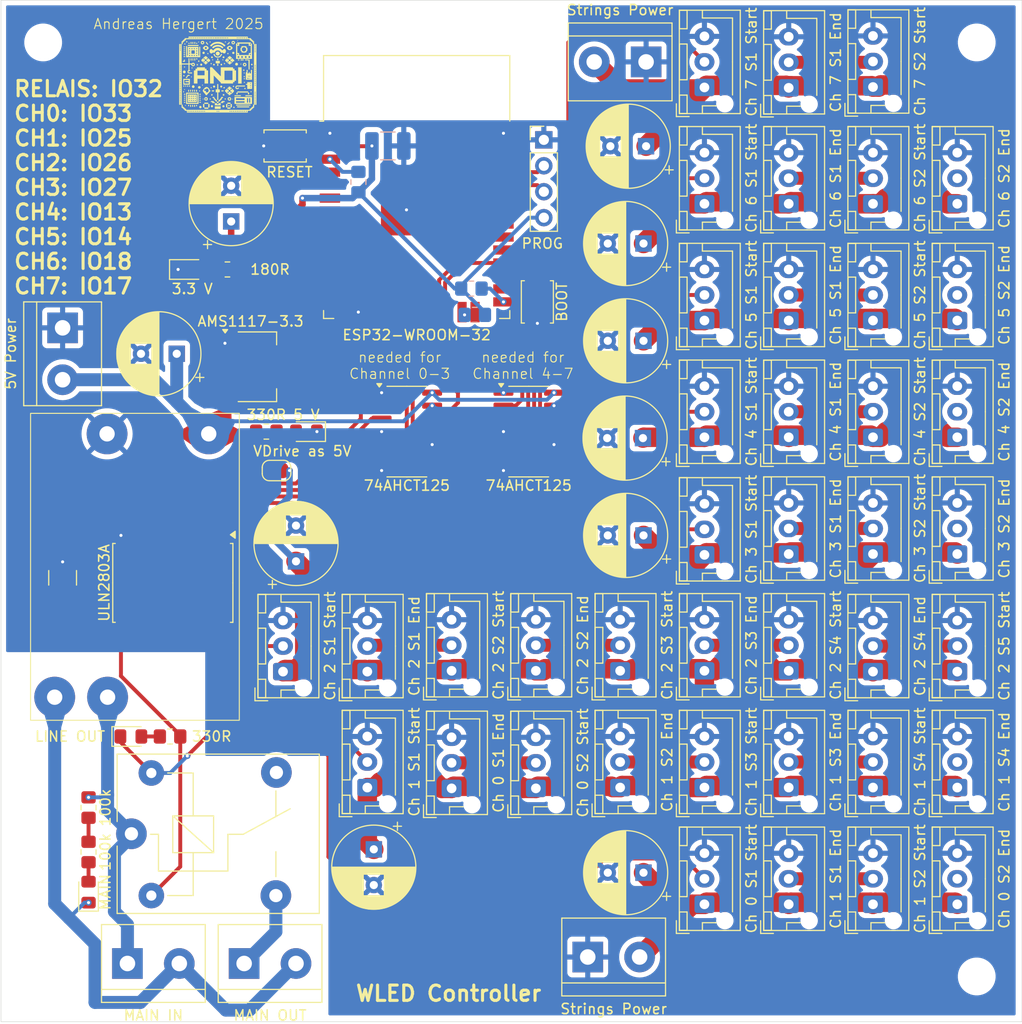
<source format=kicad_pcb>
(kicad_pcb (version 20240108) (generator "pcbnew") (generator_version "8.0")
  (layers (0 "F.Cu" signal) (31 "B.Cu" signal) (34 "B.Paste" user) (35 "F.Paste" user) (36 "B.SilkS" user "B.Silkscreen") (37 "F.SilkS" user "F.Silkscreen") (38 "B.Mask" user) (39 "F.Mask" user) (44 "Edge.Cuts" user))
  (net 0 "")
  (net 1 "+5V")
  (net 2 "GND")
  (net 3 "+3.3V")
  (net 4 "Net-(D1-A)")
  (net 5 "Net-(D2-A)")
  (net 6 "Net-(D3-A)")
  (net 7 "NEUT")
  (net 8 "RX")
  (net 9 "TX")
  (net 10 "Net-(U1-EN)")
  (net 11 "Net-(U1-IO0)")
  (net 12 "Net-(R5-Pad2)")
  (net 13 "LINE")
  (net 15 "LINE OUT")
  (net 24 "RELAIS LINE OUT")
  (net 28 "SIGNAL RELAIS LINE OUT")
  (net 40 "WLED Channel 3")
  (net 41 "WLED Channel 0")
  (net 42 "WLED Channel 1")
  (net 43 "WLED Channel 2")
  (net 44 "WLED Channel 6")
  (net 45 "WLED Channel 7")
  (net 46 "WLED Channel 5")
  (net 47 "WLED Channel 4")
  (net 48 "Vdrive")
  (net 49 "WLED Channel 1 TTL")
  (net 50 "WLED Channel 2 TTL")
  (net 51 "WLED Channel 3 TTL")
  (net 52 "WLED Channel 0 TTL")
  (net 53 "WLED Channel 5 TTL")
  (net 54 "WLED Channel 4 TTL")
  (net 55 "WLED Channel 7 TTL")
  (net 56 "WLED Channel 6 TTL")
  (net 57 "Net-(J14-Pin_2)")
  (net 58 "Net-(J16-Pin_2)")
  (net 59 "Net-(J18-Pin_2)")
  (net 60 "Net-(J20-Pin_2)")
  (net 61 "Net-(J22-Pin_2)")
  (net 62 "Net-(J26-Pin_2)")
  (net 65 "Net-(J25-Pin_2)")
  (net 66 "Net-(J29-Pin_2)")
  (net 68 "Net-(J32-Pin_2)")
  (net 69 "Net-(J35-Pin_2)")
  (net 71 "Net-(J38-Pin_2)")
  (net 73 "Net-(J41-Pin_2)")
  (net 75 "Net-(J44-Pin_2)")
  (net 81 "Net-(D4-A)")
  (net 83 "Net-(U1-IO15)")
  (footprint "anh:AC-DC-Module12v5v_mall" (layer "F.Cu") (at 22.8965 90.4891 90)
    (property "Reference" "U4" (hide yes))
    (property "Value" "~")
  )
  (footprint "Connector_JST:JST_XH_B3B-XH-AM_1x03_P2.50mm_Vertical" (layer "F.Cu") (at 88.9 85.645 90)
    (property "Reference" "J18" (hide yes))
    (property "Value" "Ch 2 S3 End")
  )
  (footprint "Connector_JST:JST_XH_B3B-XH-AM_1x03_P2.50mm_Vertical" (layer "F.Cu") (at 97.155 97.075 90)
    (property "Reference" "J26" (hide yes))
    (property "Value" "Ch 1 S3 End")
  )
  (footprint "Connector_JST:JST_XH_B3B-XH-AM_1x03_P2.50mm_Vertical" (layer "F.Cu") (at 64.135 85.645 90)
    (property "Reference" "J15" (hide yes))
    (property "Value" "Ch 2 S2 Start")
  )
  (footprint "Package_SO:SOIC-18W_7.5x11.6mm_P1.27mm" (layer "F.Cu") (at 36.83 77.04 -90)
    (property "Reference" "U2" (hide yes))
    (property "Value" "ULN2803A")
  )
  (footprint "LED_SMD:LED_0805_2012Metric_Pad1.15x1.40mm_HandSolder" (layer "F.Cu") (at 38.37 46.355)
    (property "Reference" "D2" (hide yes))
    (property "Value" "3.3 V")
  )
  (footprint "Capacitor_THT:CP_Radial_D8.0mm_P3.50mm" (layer "F.Cu") (at 82.932651 72.39 180)
    (property "Reference" "C9" (hide yes))
    (property "Value" "C_Polarized" (hide yes))
  )
  (footprint "Connector_JST:JST_XH_B3B-XH-AM_1x03_P2.50mm_Vertical" (layer "F.Cu") (at 97.155 28.575 90)
    (property "Reference" "J44" (hide yes))
    (property "Value" "Ch 7 S1 End")
  )
  (footprint "Connector_JST:JST_XH_B3B-XH-AM_1x03_P2.50mm_Vertical" (layer "F.Cu") (at 105.41 85.725 90)
    (property "Reference" "J20" (hide yes))
    (property "Value" "Ch 2 S4 End")
  )
  (footprint "Resistor_SMD:R_0805_2012Metric_Pad1.20x1.40mm_HandSolder" (layer "F.Cu") (at 45.99 62.23 180)
    (property "Reference" "R3" (hide yes))
    (property "Value" "330R")
  )
  (footprint "Connector_JST:JST_XH_B3B-XH-AM_1x03_P2.50mm_Vertical" (layer "F.Cu") (at 105.41 51.355 90)
    (property "Reference" "J39" (hide yes))
    (property "Value" "Ch 5 S2 Start")
  )
  (footprint "Jumper:SolderJumper-2_P1.3mm_Open_RoundedPad1.0x1.5mm" (layer "F.Cu") (at 46.99 66.04 180)
    (property "Reference" "JP1" (hide yes))
    (property "Value" "VDrive as 5V")
  )
  (footprint "Connector_JST:JST_XH_B3B-XH-AM_1x03_P2.50mm_Vertical" (layer "F.Cu") (at 55.88 85.725 90)
    (property "Reference" "J14" (hide yes))
    (property "Value" "Ch 2 S1 End")
  )
  (footprint "Connector_JST:JST_XH_B3B-XH-AM_1x03_P2.50mm_Vertical" (layer "F.Cu") (at 105.41 62.785 90)
    (property "Reference" "J36" (hide yes))
    (property "Value" "Ch 4 S2 Start")
  )
  (footprint "Connector_JST:JST_XH_B3B-XH-AM_1x03_P2.50mm_Vertical" (layer "F.Cu") (at 113.665 74.215 90)
    (property "Reference" "J24" (hide yes))
    (property "Value" "Ch 3 S2 End")
  )
  (footprint "Connector_JST:JST_XH_B3B-XH-AM_1x03_P2.50mm_Vertical" (layer "F.Cu") (at 47.625 85.725 90)
    (property "Reference" "J8" (hide yes))
    (property "Value" "Ch 2 S1 Start")
  )
  (footprint "Connector_JST:JST_XH_B3B-XH-AM_1x03_P2.50mm_Vertical" (layer "F.Cu") (at 113.665 108.505 90)
    (property "Reference" "J31" (hide yes))
    (property "Value" "Ch 0 S2 End")
  )
  (footprint "Connector_JST:JST_XH_B3B-XH-AM_1x03_P2.50mm_Vertical" (layer "F.Cu") (at 97.155 74.215 90)
    (property "Reference" "J22" (hide yes))
    (property "Value" "Ch 3 S1 End")
  )
  (footprint "MountingHole:MountingHole_3.2mm_M3" (layer "F.Cu") (at 115.57 115.57)
    (property "Reference" "H4" (hide yes))
    (property "Value" "MountingHole" (hide yes))
  )
  (footprint "Button_Switch_SMD:SW_Push_SPST_NO_Alps_SKRK" (layer "F.Cu") (at 47.83 34.26)
    (property "Reference" "SW1" (hide yes))
    (property "Value" "RESET")
  )
  (footprint "Connector_JST:JST_XH_B3B-XH-AM_1x03_P2.50mm_Vertical" (layer "F.Cu") (at 105.41 39.925 90)
    (property "Reference" "J42" (hide yes))
    (property "Value" "Ch 6 S2 Start")
  )
  (footprint "Connector_JST:JST_XH_B3B-XH-AM_1x03_P2.50mm_Vertical" (layer "F.Cu") (at 97.155 108.505 90)
    (property "Reference" "J32" (hide yes))
    (property "Value" "Ch 1 S1 End")
  )
  (footprint "MountingHole:MountingHole_3.2mm_M3" (layer "F.Cu") (at 24.13 115.57)
    (property "Reference" "H3" (hide yes))
    (property "Value" "MountingHole" (hide yes))
  )
  (footprint "Connector_PinHeader_2.54mm:PinHeader_1x04_P2.54mm_Vertical" (layer "F.Cu") (at 73.17 33.665)
    (property "Reference" "J1" (hide yes))
    (property "Value" "PROG")
  )
  (footprint "Connector_JST:JST_XH_B3B-XH-AM_1x03_P2.50mm_Vertical" (layer "F.Cu") (at 88.9 74.295 90)
    (property "Reference" "J9" (hide yes))
    (property "Value" "Ch 3 S1 Start")
  )
  (footprint "Connector_JST:JST_XH_B3B-XH-AM_1x03_P2.50mm_Vertical" (layer "F.Cu") (at 88.9 39.925 90)
    (property "Reference" "J12" (hide yes))
    (property "Value" "Ch 6 S1 Start")
  )
  (footprint "logo:logo" (layer "F.Cu") (at 41.275 27.305)
    (property "Reference" "G***" (hide yes))
    (property "Value" "LOGO" (hide yes))
  )
  (footprint "Package_SO:SOIC-14_3.9x8.7mm_P1.27mm" (layer "F.Cu") (at 71.69 62.23)
    (property "Reference" "U6" (hide yes))
    (property "Value" "74AHCT125")
  )
  (footprint "Connector_JST:JST_XH_B3B-XH-AM_1x03_P2.50mm_Vertical" (layer "F.Cu") (at 72.39 85.645 90)
    (property "Reference" "J16" (hide yes))
    (property "Value" "Ch 2 S2 End")
  )
  (footprint "LED_SMD:LED_0805_2012Metric_Pad1.15x1.40mm_HandSolder" (layer "F.Cu") (at 28.575 107.315 90)
    (property "Reference" "D3" (hide yes))
    (property "Value" "MAIN")
  )
  (footprint "TerminalBlock:TerminalBlock_bornier-2_P5.08mm" (layer "F.Cu") (at 77.47 113.665)
    (property "Reference" "J5" (hide yes))
    (property "Value" "Strings Power")
  )
  (footprint "Connector_JST:JST_XH_B3B-XH-AM_1x03_P2.50mm_Vertical" (layer "F.Cu") (at 105.41 74.215 90)
    (property "Reference" "J23" (hide yes))
    (property "Value" "Ch 3 S2 Start")
  )
  (footprint "TerminalBlock:TerminalBlock_bornier-2_P5.08mm" (layer "F.Cu") (at 83.185 26.035 180)
    (property "Reference" "J46" (hide yes))
    (property "Value" "Strings Power")
  )
  (footprint "Package_TO_SOT_SMD:SOT-223-3_TabPin2" (layer "F.Cu") (at 45.085 55.88)
    (property "Reference" "U3" (hide yes))
    (property "Value" "AMS1117-3.3")
  )
  (footprint "Connector_JST:JST_XH_B3B-XH-AM_1x03_P2.50mm_Vertical" (layer "F.Cu") (at 55.88 97.075 90)
    (property "Reference" "J7" (hide yes))
    (property "Value" "Ch 1 S1 Start")
  )
  (footprint "Connector_JST:JST_XH_B3B-XH-AM_1x03_P2.50mm_Vertical" (layer "F.Cu") (at 105.41 108.505 90)
    (property "Reference" "J33" (hide yes))
    (property "Value" "Ch 1 S2 Start")
  )
  (footprint "Connector_JST:JST_XH_B3B-XH-AM_1x03_P2.50mm_Vertical" (layer "F.Cu") (at 80.645 97.075 90)
    (property "Reference" "J34" (hide yes))
    (property "Value" "Ch 1 S2 End")
  )
  (footprint "Connector_JST:JST_XH_B3B-XH-AM_1x03_P2.50mm_Vertical" (layer "F.Cu") (at 97.155 62.785 90)
    (property "Reference" "J35" (hide yes))
    (property "Value" "Ch 4 S1 End")
  )
  (footprint "Connector_JST:JST_XH_B3B-XH-AM_1x03_P2.50mm_Vertical" (layer "F.Cu") (at 88.9 97.075 90)
    (property "Reference" "J25" (hide yes))
    (property "Value" "Ch 1 S3 Start")
  )
  (footprint "MountingHole:MountingHole_3.2mm_M3" (layer "F.Cu") (at 115.57 24.13)
    (property "Reference" "H2" (hide yes))
    (property "Value" "MountingHole" (hide yes))
  )
  (footprint "Capacitor_THT:CP_Radial_D8.0mm_P3.50mm" (layer "F.Cu") (at 37.212651 54.61 180)
    (property "Reference" "C1" (hide yes))
    (property "Value" "C_Polarized" (hide yes))
  )
  (footprint "Capacitor_THT:CP_Radial_D8.0mm_P3.50mm" (layer "F.Cu") (at 83.185 34.29 180)
    (property "Reference" "C5" (hide yes))
    (property "Value" "C_Polarized" (hide yes))
  )
  (footprint "Connector_JST:JST_XH_B3B-XH-AM_1x03_P2.50mm_Vertical" (layer "F.Cu") (at 97.155 39.925 90)
    (property "Reference" "J41" (hide yes))
    (property "Value" "Ch 6 S1 End")
  )
  (footprint "anh:ESP32-WROOM-32_anh" (layer "F.Cu") (at 60.715 41.275)
    (property "Reference" "U1" (hide yes))
    (property "Value" "ESP32-WROOM-32")
  )
  (footprint "Connector_JST:JST_XH_B3B-XH-AM_1x03_P2.50mm_Vertical" (layer "F.Cu") (at 97.155 85.645 90)
    (property "Reference" "J19" (hide yes))
    (property "Value" "Ch 2 S4 Start")
  )
  (footprint "Connector_JST:JST_XH_B3B-XH-AM_1x03_P2.50mm_Vertical" (layer "F.Cu") (at 113.665 85.725 90)
    (property "Reference" "J21" (hide yes))
    (property "Value" "Ch 2 S5 Start")
  )
  (footprint "TerminalBlock:TerminalBlock_bornier-2_P5.08mm" (layer "F.Cu") (at 26.035 52.07 -90)
    (property "Reference" "J4" (hide yes))
    (property "Value" "5V Power")
  )
  (footprint "TerminalBlock:TerminalBlock_bornier-2_P5.08mm" (layer "F.Cu") (at 32.385 114.3)
    (property "Reference" "J3" (hide yes))
    (property "Value" "MAIN IN")
  )
  (footprint "Capacitor_THT:CP_Radial_D8.0mm_P3.50mm" (layer "F.Cu") (at 42.545 41.657651 90)
    (property "Reference" "C2" (hide yes))
    (property "Value" "C_Polarized" (hide yes))
  )
  (footprint "Connector_JST:JST_XH_B3B-XH-AM_1x03_P2.50mm_Vertical" (layer "F.Cu") (at 88.9 62.785 90)
    (property "Reference" "J10" (hide yes))
    (property "Value" "Ch 4 S1 Start")
  )
  (footprint "Capacitor_THT:CP_Radial_D8.0mm_P3.50mm" (layer "F.Cu") (at 82.932651 53.34 180)
    (property "Reference" "C8" (hide yes))
    (property "Value" "C_Polarized" (hide yes))
  )
  (footprint "Connector_JST:JST_XH_B3B-XH-AM_1x03_P2.50mm_Vertical" (layer "F.Cu") (at 97.155 51.355 90)
    (property "Reference" "J38" (hide yes))
    (property "Value" "Ch 5 S1 End")
  )
  (footprint "Capacitor_THT:CP_Radial_D8.0mm_P3.50mm" (layer "F.Cu") (at 82.932651 43.815 180)
    (property "Reference" "C6" (hide yes))
    (property "Value" "C_Polarized" (hide yes))
  )
  (footprint "Connector_JST:JST_XH_B3B-XH-AM_1x03_P2.50mm_Vertical" (layer "F.Cu") (at 88.9 51.355 90)
    (property "Reference" "J11" (hide yes))
    (property "Value" "Ch 5 S1 Start")
  )
  (footprint "Connector_JST:JST_XH_B3B-XH-AM_1x03_P2.50mm_Vertical" (layer "F.Cu") (at 105.41 97.075 90)
    (property "Reference" "J27" (hide yes))
    (property "Value" "Ch 1 S4 Start")
  )
  (footprint "Capacitor_THT:CP_Radial_D8.0mm_P3.50mm" (layer "F.Cu") (at 56.515 103.122349 -90)
    (property "Reference" "C11" (hide yes))
    (property "Value" "C_Polarized" (hide yes))
  )
  (footprint "Connector_JST:JST_XH_B3B-XH-AM_1x03_P2.50mm_Vertical" (layer "F.Cu") (at 105.41 28.495 90)
    (property "Reference" "J45" (hide yes))
    (property "Value" "Ch 7 S2 Start")
  )
  (footprint "Resistor_SMD:R_0805_2012Metric_Pad1.20x1.40mm_HandSolder" (layer "F.Cu") (at 36.56 92.075)
    (property "Reference" "R7" (hide yes))
    (property "Value" "330R")
  )
  (footprint "LED_SMD:LED_0805_2012Metric_Pad1.15x1.40mm_HandSolder" (layer "F.Cu") (at 49.92 62.23 180)
    (property "Reference" "D1" (hide yes))
    (property "Value" "5 V")
  )
  (footprint "MountingHole:MountingHole_3.2mm_M3" (layer "F.Cu") (at 24.13 24.13)
    (property "Reference" "H1" (hide yes))
    (property "Value" "MountingHole" (hide yes))
  )
  (footprint "Package_SO:SOIC-14_3.9x8.7mm_P1.27mm" (layer "F.Cu") (at 59.755 62.23)
    (property "Reference" "U5" (hide yes))
    (property "Value" "74AHCT125")
  )
  (footprint "Button_Switch_SMD:SW_Push_SPST_NO_Alps_SKRK" (layer "F.Cu") (at 72.535 49.53 -90)
    (property "Reference" "SW2" (hide yes))
    (property "Value" "BOOT")
  )
  (footprint "LED_SMD:LED_0805_2012Metric_Pad1.15x1.40mm_HandSolder" (layer "F.Cu") (at 32.725 92.075)
    (property "Reference" "D4" (hide yes))
    (property "Value" "LINE OUT")
  )
  (footprint "Resistor_SMD:R_0805_2012Metric_Pad1.20x1.40mm_HandSolder" (layer "F.Cu") (at 28.575 103.385 90)
    (property "Reference" "R5" (hide yes))
    (property "Value" "100k")
  )
  (footprint "Connector_JST:JST_XH_B3B-XH-AM_1x03_P2.50mm_Vertical" (layer "F.Cu") (at 64.135 97.155 90)
    (property "Reference" "J29" (hide yes))
    (property "Value" "Ch 0 S1 End")
  )
  (footprint "Connector_JST:JST_XH_B3B-XH-AM_1x03_P2.50mm_Vertical" (layer "F.Cu") (at 88.9 108.505 90)
    (property "Reference" "J6" (hide yes))
    (property "Value" "Ch 0 S1 Start")
  )
  (footprint "Connector_JST:JST_XH_B3B-XH-AM_1x03_P2.50mm_Vertical" (layer "F.Cu") (at 80.645 85.645 90)
    (property "Reference" "J17" (hide yes))
    (property "Value" "Ch 2 S3 Start")
  )
  (footprint "TerminalBlock:TerminalBlock_bornier-2_P5.08mm" (layer "F.Cu") (at 43.815 114.3)
    (property "Reference" "J2" (hide yes))
    (property "Value" "MAIN OUT")
  )
  (footprint "Connector_JST:JST_XH_B3B-XH-AM_1x03_P2.50mm_Vertical" (layer "F.Cu") (at 72.39 97.155 90)
    (property "Reference" "J30" (hide yes))
    (property "Value" "Ch 0 S2 Start")
  )
  (footprint "Connector_JST:JST_XH_B3B-XH-AM_1x03_P2.50mm_Vertical" (layer "F.Cu") (at 113.665 62.785 90)
    (property "Reference" "J37" (hide yes))
    (property "Value" "Ch 4 S2 End")
  )
  (footprint "Connector_JST:JST_XH_B3B-XH-AM_1x03_P2.50mm_Vertical" (layer "F.Cu") (at 113.665 97.075 90)
    (property "Reference" "J28" (hide yes))
    (property "Value" "Ch 1 S4 End")
  )
  (footprint "Connector_JST:JST_XH_B3B-XH-AM_1x03_P2.50mm_Vertical" (layer "F.Cu") (at 113.665 51.355 90)
    (property "Reference" "J40" (hide yes))
    (property "Value" "Ch 5 S2 End")
  )
  (footprint "Connector_JST:JST_XH_B3B-XH-AM_1x03_P2.50mm_Vertical" (layer "F.Cu") (at 88.9 28.535 90)
    (property "Reference" "J13" (hide yes))
    (property "Value" "Ch 7 S1 Start")
  )
  (footprint "Capacitor_THT:CP_Radial_D8.0mm_P3.50mm" (layer "F.Cu") (at 82.932651 105.41 180)
    (property "Reference" "C10" (hide yes))
    (property "Value" "C_Polarized")
  )
  (footprint "Connector_JST:JST_XH_B3B-XH-AM_1x03_P2.50mm_Vertical" (layer "F.Cu") (at 113.665 39.925 90)
    (property "Reference" "J43" (hide yes))
    (property "Value" "Ch 6 S2 End")
  )
  (footprint "Resistor_SMD:R_0805_2012Metric_Pad1.20x1.40mm_HandSolder" (layer "F.Cu") (at 28.575 99.035 90)
    (property "Reference" "R6" (hide yes))
    (property "Value" "100k")
  )
  (footprint "Capacitor_SMD:C_1210_3225Metric_Pad1.33x2.70mm_HandSolder" (layer "F.Cu") (at 26.035 76.5425 -90)
    (property "Reference" "C4" (hide yes))
    (property "Value" "C")
  )
  (footprint "Resistor_SMD:R_0805_2012Metric_Pad1.20x1.40mm_HandSolder" (layer "F.Cu") (at 42.18 46.355)
    (property "Reference" "R4" (hide yes))
    (property "Value" "180R")
  )
  (footprint "Capacitor_THT:CP_Radial_D8.0mm_P3.50mm" (layer "F.Cu") (at 48.895 74.93 90)
    (property "Reference" "C12" (hide yes))
    (property "Value" "C_Polarized" (hide yes))
  )
  (footprint "Relay_THT:Relay_SPDT_SANYOU_SRD_Series_Form_C" (layer "F.Cu") (at 32.775 101.6)
    (property "Reference" "K1" (hide yes))
    (property "Value" "SANYOU_SRD_Form_C" (hide yes))
  )
  (footprint "Capacitor_THT:CP_Radial_D8.0mm_P3.50mm" (layer "F.Cu") (at 82.875 62.865 180)
    (property "Reference" "C7" (hide yes))
    (property "Value" "C_Polarized" (hide yes))
  )
  (footprint "Resistor_SMD:R_0805_2012Metric_Pad1.20x1.40mm_HandSolder" (layer "B.Cu") (at 55.01 37.8 90)
    (property "Reference" "R1" (hide yes))
    (property "Value" "10K")
  )
  (footprint "Resistor_SMD:R_0805_2012Metric_Pad1.20x1.40mm_HandSolder" (layer "B.Cu") (at 66.405 50.8 180)
    (property "Reference" "R8" (hide yes))
    (property "Value" "10K")
  )
  (footprint "Capacitor_SMD:C_1210_3225Metric_Pad1.33x2.70mm_HandSolder" (layer "B.Cu") (at 57.8925 34.26 180)
    (property "Reference" "C3" (hide yes))
    (property "Value" "C")
  )
  (footprint "Resistor_SMD:R_0805_2012Metric_Pad1.20x1.40mm_HandSolder" (layer "B.Cu") (at 66.075 48.23)
    (property "Reference" "R2" (hide yes))
    (property "Value" "10K")
  )
  (gr_rect (start 20 20) (end 120 120) (stroke (width 0.05)) (fill none) (layer "Edge.Cuts"))
  (gr_text "needed for\nChannel 0-3" (at 59.055 57.15 0) (layer "F.SilkS") (effects (font (size 1 1) (thickness 0.1)) (justify bottom)))
  (gr_text "WLED Controller" (at 54.61 118.11 0) (layer "F.SilkS") (effects (font (size 1.5 1.5) (thickness 0.3) (bold yes)) (justify left bottom)))
  (gr_text "needed for\nChannel 4-7" (at 71.12 57.15 0) (layer "F.SilkS") (effects (font (size 1 1) (thickness 0.1)) (justify bottom)))
  (gr_text "Andreas Hergert 2025" (at 28.995 22.905 0) (layer "F.SilkS") (effects (font (size 1 1) (thickness 0.1)) (justify left bottom)))
  (gr_text_box "RELAIS: IO32\nCH0: IO33\nCH1: IO25\nCH2: IO26\nCH3: IO27\nCH4: IO13\nCH5: IO14\nCH6: IO18\nCH7: IO17\n" (start 20.0025 26.67) (end 37.1475 46.99) (layer "F.SilkS") (effects (font (size 1.5 1.5) (thickness 0.3) (bold yes)) (justify left top)) (border no) (stroke (width 0.2) (type dot)))
  (segment (start 30.9325 73.2075) (end 30.9325 69.032873) (width 0.635) (layer "F.Cu") (net 1))
  (segment (start 37.56 104.815) (end 34.725 107.65) (width 0.381) (layer "F.Cu") (net 1))
  (segment (start 37.56 91.967522) (end 37.56 92.075) (width 0.381) (layer "F.Cu") (net 1))
  (segment (start 37.56 92.075) (end 37.56 104.815) (width 0.381) (layer "F.Cu") (net 1))
  (segment (start 42.7475 62.4475) (end 40.3463 62.4475) (width 0.635) (layer "F.Cu") (net 1))
  (segment (start 31.75 86.157522) (end 37.56 91.967522) (width 0.381) (layer "F.Cu") (net 1))
  (segment (start 46.34 66.04) (end 42.7475 62.4475) (width 0.635) (layer "F.Cu") (net 1))
  (segment (start 31.75 81.69) (end 31.75 86.157522) (width 0.381) (layer "F.Cu") (net 1))
  (segment (start 44.99 62.23) (end 40.5638 62.23) (width 0.381) (layer "F.Cu") (net 1))
  (segment (start 26.035 78.105) (end 30.9325 73.2075) (width 0.635) (layer "F.Cu") (net 1))
  (segment (start 30.9325 69.032873) (end 37.517873 62.4475) (width 0.635) (layer "F.Cu") (net 1))
  (segment (start 41.935 58.18) (end 41.935 60.8588) (width 1.27) (layer "F.Cu") (net 1))
  (segment (start 28.165 78.105) (end 31.75 81.69) (width 0.381) (layer "F.Cu") (net 1))
  (segment (start 40.5638 62.23) (end 40.3463 62.4475) (width 0.381) (layer "F.Cu") (net 1))
  (segment (start 41.935 60.8588) (end 40.3463 62.4475) (width 1.27) (layer "F.Cu") (net 1))
  (segment (start 37.517873 62.4475) (end 40.3463 62.4475) (width 0.635) (layer "F.Cu") (net 1))
  (segment (start 26.035 78.105) (end 28.165 78.105) (width 0.381) (layer "F.Cu") (net 1))
  (via (at 62.23 58.42) (size 0.6) (drill 0.3) (layers "F.Cu" "B.Cu") (net 1))
  (via (at 74.165 58.42) (size 0.6) (drill 0.3) (layers "F.Cu" "B.Cu") (net 1))
  (segment (start 26.035 57.15) (end 35.0488 57.15) (width 1.27) (layer "B.Cu") (net 1))
  (segment (start 59.4344 61.2156) (end 41.5782 61.2156) (width 0.381) (layer "B.Cu") (net 1))
  (segment (start 62.23 58.42) (end 59.4344 61.2156) (width 0.381) (layer "B.Cu") (net 1))
  (segment (start 41.5782 61.2156) (end 40.3463 62.4475) (width 0.381) (layer "B.Cu") (net 1))
  (segment (start 73.4745 59.1105) (end 62.9205 59.1105) (width 0.381) (layer "B.Cu") (net 1))
  (segment (start 74.165 58.42) (end 73.4745 59.1105) (width 0.381) (layer "B.Cu") (net 1))
  (segment (start 37.212651 54.61) (end 37.212651 59.313851) (width 1.27) (layer "B.Cu") (net 1))
  (segment (start 62.9205 59.1105) (end 62.23 58.42) (width 0.381) (layer "B.Cu") (net 1))
  (segment (start 35.0488 57.15) (end 40.3463 62.4475) (width 1.27) (layer "B.Cu") (net 1))
  (segment (start 37.212651 59.313851) (end 40.3463 62.4475) (width 1.27) (layer "B.Cu") (net 1))
  (via (at 62.23 59.69) (size 0.6) (drill 0.3) (layers "F.Cu" "B.Cu") (net 2))
  (via (at 62.23 63.5) (size 0.6) (drill 0.3) (layers "F.Cu" "B.Cu") (net 2))
  (via (at 26.035 74.98) (size 0.6) (drill 0.3) (layers "F.Cu" "B.Cu") (net 2))
  (via (at 69.215 66.04) (size 0.6) (drill 0.3) (layers "F.Cu" "B.Cu") (net 2))
  (via (at 74.165 63.5) (size 0.6) (drill 0.3) (layers "F.Cu" "B.Cu") (net 2))
  (via (at 69.215 58.42) (size 0.6) (drill 0.3) (layers "F.Cu" "B.Cu") (net 2))
  (via (at 37.345 46.355) (size 0.6) (drill 0.3) (layers "F.Cu" "B.Cu") (net 2))
  (via (at 45.73 34.26) (size 0.6) (drill 0.3) (layers "F.Cu" "B.Cu") (net 2))
  (via (at 57.28 66.04) (size 0.6) (drill 0.3) (layers "F.Cu" "B.Cu") (net 2))
  (via (at 74.165 59.69) (size 0.6) (drill 0.3) (layers "F.Cu" "B.Cu") (net 2))
  (via (at 69.215 33.02) (size 0.6) (drill 0.3) (layers "F.Cu" "B.Cu") (net 2))
  (via (at 57.28 62.23) (size 0.6) (drill 0.3) (layers "F.Cu" "B.Cu") (net 2))
  (via (at 72.535 51.63) (size 0.6) (drill 0.3) (layers "F.Cu" "B.Cu") (net 2))
  (via (at 57.28 58.42) (size 0.6) (drill 0.3) (layers "F.Cu" "B.Cu") (net 2))
  (via (at 69.215 62.23) (size 0.6) (drill 0.3) (layers "F.Cu" "B.Cu") (net 2))
  (via (at 55 50.53) (size 0.6) (drill 0.3) (layers "F.Cu" "B.Cu") (net 2))
  (via (at 41.935 53.58) (size 0.6) (drill 0.3) (layers "F.Cu" "B.Cu") (net 2))
  (via (at 31.75 72.39) (size 0.6) (drill 0.3) (layers "F.Cu" "B.Cu") (net 2))
  (via (at 52.215 33.02) (size 0.6) (drill 0.3) (layers "F.Cu" "B.Cu") (net 2))
  (via (at 50.945 62.23) (size 0.6) (drill 0.3) (layers "F.Cu" "B.Cu") (net 2))
  (via (at 59.715 40.52) (size 0.6) (drill 0.3) (layers "F.Cu" "B.Cu") (net 2))
  (segment (start 42.545 41.657651) (end 42.545 45.72) (width 0.635) (layer "F.Cu") (net 3))
  (segment (start 49.53 40.005) (end 49.53 39.37) (width 0.635) (layer "F.Cu") (net 3))
  (segment (start 41.935 55.88) (end 43.4525 54.3625) (width 0.635) (layer "F.Cu") (net 3))
  (segment (start 52.215 34.29) (end 56.3 34.29) (width 0.381) (layer "F.Cu") (net 3))
  (segment (start 56.3 34.29) (end 56.33 34.26) (width 0.381) (layer "F.Cu") (net 3))
  (segment (start 43.4525 54.3625) (end 43.4525 46.6275) (width 0.635) (layer "F.Cu") (net 3))
  (segment (start 43.4525 46.6275) (end 43.18 46.355) (width 0.635) (layer "F.Cu") (net 3))
  (segment (start 43.18 46.355) (end 49.53 40.005) (width 0.635) (layer "F.Cu") (net 3))
  (segment (start 41.935 55.88) (end 48.235 55.88) (width 0.381) (layer "F.Cu") (net 3))
  (segment (start 42.545 45.72) (end 43.18 46.355) (width 0.635) (layer "F.Cu") (net 3))
  (via (at 56.33 34.26) (size 0.6) (drill 0.3) (layers "F.Cu" "B.Cu") (net 3))
  (via (at 49.53 39.37) (size 0.6) (drill 0.3) (layers "F.Cu" "B.Cu") (net 3))
  (segment (start 65.075 48.23) (end 65.075 47.93) (width 0.381) (layer "B.Cu") (net 3))
  (segment (start 54.44 39.37) (end 55.01 38.8) (width 0.635) (layer "B.Cu") (net 3))
  (segment (start 49.53 39.37) (end 54.44 39.37) (width 0.635) (layer "B.Cu") (net 3))
  (segment (start 67.405 50.8) (end 67.405 50.56) (width 0.381) (layer "B.Cu") (net 3))
  (segment (start 56.33 37.48) (end 56.33 34.26) (width 0.635) (layer "B.Cu") (net 3))
  (segment (start 64.44 48.23) (end 65.075 48.23) (width 0.381) (layer "B.Cu") (net 3))
  (segment (start 55.01 38.8) (end 64.44 48.23) (width 0.381) (layer "B.Cu") (net 3))
  (segment (start 55.01 38.8) (end 56.33 37.48) (width 0.635) (layer "B.Cu") (net 3))
  (segment (start 67.405 50.56) (end 65.075 48.23) (width 0.381) (layer "B.Cu") (net 3))
  (segment (start 65.075 47.93) (end 71.72 41.285) (width 0.381) (layer "B.Cu") (net 3))
  (segment (start 71.72 41.285) (end 73.17 41.285) (width 0.381) (layer "B.Cu") (net 3))
  (segment (start 46.99 62.23) (end 48.895 62.23) (width 0.381) (layer "F.Cu") (net 4))
  (segment (start 41.18 46.355) (end 39.395 46.355) (width 0.381) (layer "F.Cu") (net 5))
  (segment (start 28.575 104.385) (end 28.575 106.29) (width 0.381) (layer "F.Cu") (net 6))
  (via (at 28.575 108.34) (size 0.6) (drill 0.3) (layers "F.Cu" "B.Cu") (net 7))
  (segment (start 25.2587 108.4437) (end 26.67 109.855) (width 1.27) (layer "B.Cu") (net 7))
  (segment (start 28.575 108.34) (end 28.185 108.34) (width 0.381) (layer "B.Cu") (net 7))
  (segment (start 26.67 109.855) (end 29.21 112.395) (width 1.27) (layer "B.Cu") (net 7))
  (segment (start 44.33 118.865) (end 48.895 114.3) (width 1.27) (layer "B.Cu") (net 7))
  (segment (start 28.185 108.34) (end 26.67 109.855) (width 0.381) (layer "B.Cu") (net 7))
  (segment (start 29.21 118.11) (end 33.655 118.11) (width 1.27) (layer "B.Cu") (net 7))
  (segment (start 42.03 118.865) (end 44.33 118.865) (width 1.27) (layer "B.Cu") (net 7))
  (segment (start 29.21 112.395) (end 29.21 118.11) (width 1.27) (layer "B.Cu") (net 7))
  (segment (start 37.465 114.3) (end 42.03 118.865) (width 1.27) (layer "B.Cu") (net 7))
  (segment (start 33.655 118.11) (end 37.465 114.3) (width 1.27) (layer "B.Cu") (net 7))
  (segment (start 25.2587 88.2285) (end 25.2587 108.4437) (width 1.27) (layer "B.Cu") (net 7))
  (segment (start 72.525 38.1) (end 73.17 38.745) (width 0.381) (layer "F.Cu") (net 8))
  (segment (start 69.215 38.1) (end 72.525 38.1) (width 0.381) (layer "F.Cu") (net 8))
  (segment (start 72.545 36.83) (end 73.17 36.205) (width 0.381) (layer "F.Cu") (net 9))
  (segment (start 69.215 36.83) (end 72.545 36.83) (width 0.381) (layer "F.Cu") (net 9))
  (segment (start 51.23 35.56) (end 52.215 35.56) (width 0.381) (layer "F.Cu") (net 10))
  (segment (start 49.93 34.26) (end 51.23 35.56) (width 0.381) (layer "F.Cu") (net 10))
  (via (at 52.215 35.56) (size 0.6) (drill 0.3) (layers "F.Cu" "B.Cu") (net 10))
  (segment (start 55.01 36.8) (end 53.455 36.8) (width 0.381) (layer "B.Cu") (net 10))
  (segment (start 53.455 36.8) (end 52.215 35.56) (width 0.381) (layer "B.Cu") (net 10))
  (segment (start 69.215 49.53) (end 70.435 49.53) (width 0.381) (layer "F.Cu") (net 11))
  (segment (start 70.435 49.53) (end 72.535 47.43) (width 0.381) (layer "F.Cu") (net 11))
  (via (at 69.215 49.53) (size 0.6) (drill 0.3) (layers "F.Cu" "B.Cu") (net 11))
  (segment (start 67.915 48.23) (end 69.215 49.53) (width 0.381) (layer "B.Cu") (net 11))
  (segment (start 67.075 48.23) (end 67.915 48.23) (width 0.381) (layer "B.Cu") (net 11))
  (segment (start 28.575 100.035) (end 28.575 102.385) (width 0.381) (layer "F.Cu") (net 12))
  (via (at 28.575 98.035) (size 0.6) (drill 0.3) (layers "F.Cu" "B.Cu") (net 13))
  (segment (start 30.1953 98.035) (end 30.4403 97.79) (width 0.381) (layer "B.Cu") (net 13))
  (segment (start 31.115 103.505) (end 31.115 109.22) (width 1.27) (layer "B.Cu") (net 13))
  (segment (start 30.4403 99.2653) (end 32.775 101.6) (width 1.27) (layer "B.Cu") (net 13))
  (segment (start 32.775 101.6) (end 32.775 101.845) (width 1.27) (layer "B.Cu") (net 13))
  (segment (start 28.575 98.035) (end 30.1953 98.035) (width 0.381) (layer "B.Cu") (net 13))
  (segment (start 32.775 101.845) (end 31.115 103.505) (width 1.27) (layer "B.Cu") (net 13))
  (segment (start 32.385 110.49) (end 32.385 114.3) (width 1.27) (layer "B.Cu") (net 13))
  (segment (start 30.4403 97.79) (end 30.4403 99.2653) (width 1.27) (layer "B.Cu") (net 13))
  (segment (start 30.4403 88.2285) (end 30.4403 97.79) (width 1.27) (layer "B.Cu") (net 13))
  (segment (start 31.115 109.22) (end 32.385 110.49) (width 1.27) (layer "B.Cu") (net 13))
  (segment (start 46.925 111.19) (end 43.815 114.3) (width 1.27) (layer "B.Cu") (net 15))
  (segment (start 46.925 107.65) (end 46.925 111.19) (width 1.27) (layer "B.Cu") (net 15))
  (segment (start 31.7 92.075) (end 31.7 92.625) (width 0.381) (layer "F.Cu") (net 24))
  (segment (start 41.91 90.3205) (end 38.2505 93.98) (width 0.381) (layer "F.Cu") (net 24))
  (segment (start 31.7 92.625) (end 34.725 95.65) (width 0.381) (layer "F.Cu") (net 24))
  (segment (start 41.91 81.69) (end 41.91 90.3205) (width 0.381) (layer "F.Cu") (net 24))
  (via (at 38.2505 93.98) (size 0.6) (drill 0.3) (layers "F.Cu" "B.Cu") (net 24))
  (segment (start 36.5805 95.65) (end 34.725 95.65) (width 0.381) (layer "B.Cu") (net 24))
  (segment (start 38.2505 93.98) (end 36.5805 95.65) (width 0.381) (layer "B.Cu") (net 24))
  (segment (start 48.895 67.31) (end 44.898342 67.31) (width 0.381) (layer "F.Cu") (net 28))
  (segment (start 52.215 41.91) (end 50.834 41.91) (width 0.381) (layer "F.Cu") (net 28))
  (segment (start 44.898342 67.31) (end 41.91 70.298342) (width 0.381) (layer "F.Cu") (net 28))
  (segment (start 48.476 44.268) (end 48.476 51.651) (width 0.381) (layer "F.Cu") (net 28))
  (segment (start 41.91 70.298342) (end 41.91 72.39) (width 0.381) (layer "F.Cu") (net 28))
  (segment (start 55.245 60.96) (end 48.895 67.31) (width 0.381) (layer "F.Cu") (net 28))
  (segment (start 50.834 41.91) (end 48.476 44.268) (width 0.381) (layer "F.Cu") (net 28))
  (segment (start 55.245 55.245) (end 55.245 60.96) (width 0.381) (layer "F.Cu") (net 28))
  (segment (start 48.476 51.651) (end 52.07 55.245) (width 0.381) (layer "F.Cu") (net 28))
  (segment (start 52.07 55.245) (end 55.245 55.245) (width 0.381) (layer "F.Cu") (net 28))
  (segment (start 64.758842 59.406157) (end 63.204999 60.96) (width 0.381) (layer "F.Cu") (net 40))
  (segment (start 53.159 52.705) (end 59.032684 52.705) (width 0.381) (layer "F.Cu") (net 40))
  (segment (start 59.032684 52.705) (end 64.758842 58.431158) (width 0.381) (layer "F.Cu") (net 40))
  (segment (start 52.215 46.99) (end 50.834 46.99) (width 0.381) (layer "F.Cu") (net 40))
  (segment (start 50.8 47.024) (end 50.8 50.346) (width 0.381) (layer "F.Cu") (net 40))
  (segment (start 50.8 50.346) (end 53.159 52.705) (width 0.381) (layer "F.Cu") (net 40))
  (segment (start 63.204999 60.96) (end 62.23 60.96) (width 0.381) (layer "F.Cu") (net 40))
  (segment (start 50.834 46.99) (end 50.8 47.024) (width 0.381) (layer "F.Cu") (net 40))
  (segment (start 64.758842 58.431158) (end 64.758842 59.406157) (width 0.381) (layer "F.Cu") (net 40))
  (segment (start 59.163 58.42) (end 57.893 59.69) (width 0.381) (layer "F.Cu") (net 41))
  (segment (start 59.163 55.988) (end 59.163 58.42) (width 0.381) (layer "F.Cu") (net 41))
  (segment (start 49.057 44.957) (end 49.057 51.067974) (width 0.381) (layer "F.Cu") (net 41))
  (segment (start 52.215 43.18) (end 50.834 43.18) (width 0.381) (layer "F.Cu") (net 41))
  (segment (start 50.834 43.18) (end 49.057 44.957) (width 0.381) (layer "F.Cu") (net 41))
  (segment (start 49.057 51.067974) (end 52.599026 54.61) (width 0.381) (layer "F.Cu") (net 41))
  (segment (start 52.599026 54.61) (end 57.785 54.61) (width 0.381) (layer "F.Cu") (net 41))
  (segment (start 57.785 54.61) (end 59.163 55.988) (width 0.381) (layer "F.Cu") (net 41))
  (segment (start 57.893 59.69) (end 57.28 59.69) (width 0.381) (layer "F.Cu") (net 41))
  (segment (start 58.42 53.975) (end 59.744 55.299) (width 0.381) (layer "F.Cu") (net 42))
  (segment (start 59.744 55.299) (end 59.744 62.010999) (width 0.381) (layer "F.Cu") (net 42))
  (segment (start 58.254999 63.5) (end 57.28 63.5) (width 0.381) (layer "F.Cu") (net 42))
  (segment (start 49.638 45.646) (end 49.638 50.827316) (width 0.381) (layer "F.Cu") (net 42))
  (segment (start 50.834 44.45) (end 49.638 45.646) (width 0.381) (layer "F.Cu") (net 42))
  (segment (start 49.638 50.827316) (end 52.785684 53.975) (width 0.381) (layer "F.Cu") (net 42))
  (segment (start 59.744 62.010999) (end 58.254999 63.5) (width 0.381) (layer "F.Cu") (net 42))
  (segment (start 52.215 44.45) (end 50.834 44.45) (width 0.381) (layer "F.Cu") (net 42))
  (segment (start 52.785684 53.975) (end 58.42 53.975) (width 0.381) (layer "F.Cu") (net 42))
  (segment (start 52.972342 53.34) (end 58.846026 53.34) (width 0.381) (layer "F.Cu") (net 43))
  (segment (start 58.846026 53.34) (end 60.325 54.818974) (width 0.381) (layer "F.Cu") (net 43))
  (segment (start 50.219 46.335) (end 50.219 50.586658) (width 0.381) (layer "F.Cu") (net 43))
  (segment (start 60.325 63.839999) (end 61.255001 64.77) (width 0.381) (layer "F.Cu") (net 43))
  (segment (start 50.834 45.72) (end 50.219 46.335) (width 0.381) (layer "F.Cu") (net 43))
  (segment (start 52.215 45.72) (end 50.834 45.72) (width 0.381) (layer "F.Cu") (net 43))
  (segment (start 61.255001 64.77) (end 62.23 64.77) (width 0.381) (layer "F.Cu") (net 43))
  (segment (start 60.325 54.818974) (end 60.325 63.839999) (width 0.381) (layer "F.Cu") (net 43))
  (segment (start 50.219 50.586658) (end 52.972342 53.34) (width 0.381) (layer "F.Cu") (net 43))
  (segment (start 69.215 43.18) (end 67.123342 43.18) (width 0.381) (layer "F.Cu") (net 44))
  (segment (start 72.2185 63.29704) (end 73.69146 64.77) (width 0.381) (layer "F.Cu") (net 44))
  (segment (start 69.85 53.34) (end 72.39 55.88) (width 0.381) (layer "F.Cu") (net 44))
  (segment (start 73.69146 64.77) (end 74.165 64.77) (width 0.381) (layer "F.Cu") (net 44))
  (segment (start 67.123342 43.18) (end 62.919 47.384342) (width 0.381) (layer "F.Cu") (net 44))
  (segment (start 72.39 55.88) (end 72.39 57.629802) (width 0.381) (layer "F.Cu") (net 44))
  (segment (start 62.919 51.341658) (end 64.917342 53.34) (width 0.381) (layer "F.Cu") (net 44))
  (segment (start 72.2185 57.801302) (end 72.2185 63.29704) (width 0.381) (layer "F.Cu") (net 44))
  (segment (start 62.919 47.384342) (end 62.919 51.341658) (width 0.381) (layer "F.Cu") (net 44))
  (segment (start 64.917342 53.34) (end 69.85 53.34) (width 0.381) (layer "F.Cu") (net 44))
  (segment (start 72.39 57.629802) (end 72.2185 57.801302) (width 0.381) (layer "F.Cu") (net 44))
  (segment (start 72.7995 58.04196) (end 72.7995 60.569499) (width 0.381) (layer "F.Cu") (net 45))
  (segment (start 73.025 57.81646) (end 72.7995 58.04196) (width 0.381) (layer "F.Cu") (net 45))
  (segment (start 63.5 47.625) (end 63.5 51.101) (width 0.381) (layer "F.Cu") (net 45))
  (segment (start 70.485 52.705) (end 73.025 55.245) (width 0.381) (layer "F.Cu") (net 45))
  (segment (start 73.190001 60.96) (end 74.165 60.96) (width 0.381) (layer "F.Cu") (net 45))
  (segment (start 69.215 45.72) (end 65.405 45.72) (width 0.381) (layer "F.Cu") (net 45))
  (segment (start 65.405 45.72) (end 63.5 47.625) (width 0.381) (layer "F.Cu") (net 45))
  (segment (start 72.7995 60.569499) (end 73.190001 60.96) (width 0.381) (layer "F.Cu") (net 45))
  (segment (start 63.5 51.101) (end 65.104 52.705) (width 0.381) (layer "F.Cu") (net 45))
  (segment (start 73.025 55.245) (end 73.025 57.81646) (width 0.381) (layer "F.Cu") (net 45))
  (segment (start 65.104 52.705) (end 70.485 52.705) (width 0.381) (layer "F.Cu") (net 45))
  (segment (start 62.338 49.003) (end 62.338 51.582316) (width 0.381) (layer "F.Cu") (net 46))
  (segment (start 61.595 48.26) (end 62.338 49.003) (width 0.381) (layer "F.Cu") (net 46))
  (segment (start 71.6375 62.23) (end 70.3675 63.5) (width 0.381) (layer "F.Cu") (net 46))
  (segment (start 70.3675 63.5) (end 69.215 63.5) (width 0.381) (layer "F.Cu") (net 46))
  (segment (start 64.676684 53.921) (end 69.609342 53.921) (width 0.381) (layer "F.Cu") (net 46))
  (segment (start 71.6375 56.6865) (end 71.6375 62.23) (width 0.381) (layer "F.Cu") (net 46))
  (segment (start 52.215 48.26) (end 61.595 48.26) (width 0.381) (layer "F.Cu") (net 46))
  (segment (start 62.338 51.582316) (end 64.676684 53.921) (width 0.381) (layer "F.Cu") (net 46))
  (segment (start 69.609342 53.921) (end 71.809 56.120658) (width 0.381) (layer "F.Cu") (net 46))
  (segment (start 71.809 56.515) (end 71.6375 56.6865) (width 0.381) (layer "F.Cu") (net 46))
  (segment (start 71.809 56.120658) (end 71.809 56.515) (width 0.381) (layer "F.Cu") (net 46))
  (segment (start 71.0565 59.055) (end 70.4215 59.69) (width 0.381) (layer "F.Cu") (net 47))
  (segment (start 70.4215 59.69) (end 69.215 59.69) (width 0.381) (layer "F.Cu") (net 47))
  (segment (start 71.0565 56.189816) (end 71.0565 59.055) (width 0.381) (layer "F.Cu") (net 47))
  (segment (start 60.464026 50.53) (end 64.436026 54.502) (width 0.381) (layer "F.Cu") (net 47))
  (segment (start 64.436026 54.502) (end 69.368684 54.502) (width 0.381) (layer "F.Cu") (net 47))
  (segment (start 56.27 50.53) (end 60.464026 50.53) (width 0.381) (layer "F.Cu") (net 47))
  (segment (start 69.368684 54.502) (end 71.0565 56.189816) (width 0.381) (layer "F.Cu") (net 47))
  (segment (start 105.1275 85.4425) (end 105.41 85.725) (width 1.905) (layer "F.Cu") (net 48))
  (segment (start 49.7525 84.665) (end 48.6925 85.725) (width 1.905) (layer "F.Cu") (net 48))
  (segment (start 97.3575 108.3025) (end 97.155 108.505) (width 1.905) (layer "F.Cu") (net 48))
  (segment (start 113.4625 108.3025) (end 109.22 108.3025) (width 1.905) (layer "F.Cu") (net 48))
  (segment (start 109.22 96.8725) (end 105.6125 96.8725) (width 1.905) (layer "F.Cu") (net 48))
  (segment (start 89.1025 62.5825) (end 88.9 62.785) (width 1.905) (layer "F.Cu") (net 48))
  (segment (start 96.9525 62.5825) (end 93.345 62.5825) (width 1.905) (layer "F.Cu") (net 48))
  (segment (start 103.3825 39.7225) (end 97.3575 39.7225) (width 1.905) (layer "F.Cu") (net 48))
  (segment (start 80.4425 85.4425) (end 80.645 85.645) (width 1.905) (layer "F.Cu") (net 48))
  (segment (start 105.41 39.925) (end 103.585 39.925) (width 1.905) (layer "F.Cu") (net 48))
  (segment (start 60.325 85.5225) (end 56.0825 85.5225) (width 1.905) (layer "F.Cu") (net 48))
  (segment (start 105.6125 96.8725) (end 105.41 97.075) (width 1.905) (layer "F.Cu") (net 48))
  (segment (start 112.135 39.37) (end 109.22 39.37) (width 1.905) (layer "F.Cu") (net 48))
  (segment (start 88.9 87.79412) (end 92.71 91.60412) (width 1.905) (layer "F.Cu") (net 48))
  (segment (start 90.43 85.09) (end 95.25 85.09) (width 1.905) (layer "F.Cu") (net 48))
  (segment (start 62.525 96.52) (end 59.69 96.52) (width 1.905) (layer "F.Cu") (net 48))
  (segment (start 97.155 39.925) (end 95.33 39.925) (width 1.905) (layer "F.Cu") (net 48))
  (segment (start 64.135 85.645) (end 64.0125 85.5225) (width 1.905) (layer "F.Cu") (net 48))
  (segment (start 88.7475 28.6875) (end 88.9 28.535) (width 1.905) (layer "F.Cu") (net 48))
  (segment (start 109.22 96.8725) (end 109.22 108.3025) (width 1.905) (layer "F.Cu") (net 48))
  (segment (start 57.15 96.52) (end 56.595 97.075) (width 1.905) (layer "F.Cu") (net 48))
  (segment (start 93.345 28.3325) (end 89.1025 28.3325) (width 1.905) (layer "F.Cu") (net 48))
  (segment (start 93.345 51.1525) (end 93.345 62.5825) (width 1.905) (layer "F.Cu") (net 48))
  (segment (start 80.7575 28.6875) (end 88.7475 28.6875) (width 1.905) (layer "F.Cu") (net 48))
  (segment (start 64.3375 85.4425) (end 72.1875 85.4425) (width 1.905) (layer "F.Cu") (net 48))
  (segment (start 76.835 85.4425) (end 76.835 96.9525) (width 1.905) (layer "F.Cu") (net 48))
  (segment (start 80.8475 96.8725) (end 80.645 97.075) (width 1.905) (layer "F.Cu") (net 48))
  (segment (start 60.325 95.885) (end 59.69 96.52) (width 1.905) (layer "F.Cu") (net 48))
  (segment (start 88.9 74.295) (end 84.837651 74.295) (width 1.905) (layer "F.Cu") (net 48))
  (segment (start 88.9 62.785) (end 82.955 62.785) (width 1.905) (layer "F.Cu") (net 48))
  (segment (start 82.955 62.785) (end 82.875 62.865) (width 1.905) (layer "F.Cu") (net 48))
  (segment (start 97.155 62.785) (end 96.9525 62.5825) (width 1.905) (layer "F.Cu") (net 48))
  (segment (start 84.837651 74.295) (end 82.932651 72.39) (width 1.905) (layer "F.Cu") (net 48))
  (segment (start 105.6125 85.5225) (end 109.22 85.5225) (width 1.905) (layer "F.Cu") (net 48))
  (segment (start 101.6 78.025) (end 101.6 85.4425) (width 1.905) (layer "F.Cu") (net 48))
  (segment (start 49.7525 75.7875) (end 49.7525 84.665) (width 1.905) (layer "F.Cu") (net 48))
  (segment (start 71.12 97.155) (end 70.9175 96.9525) (width 1.905) (layer "F.Cu") (net 48))
  (segment (start 47.64 66.04) (end 48.26 66.04) (width 0.635) (layer "F.Cu") (net 48))
  (segment (start 76.835 85.4425) (end 80.4425 85.4425) (width 1.905) (layer "F.Cu") (net 48))
  (segment (start 88.9 85.645) (end 88.9 87.79412) (width 1.905) (layer "F.Cu") (net 48))
  (segment (start 56.595 97.075) (end 55.88 97.075) (width 1.905) (layer "F.Cu") (net 48))
  (segment (start 88.9 28.535) (end 88.9 28.575) (width 1.905) (layer "F.Cu") (net 48))
  (segment (start 92.71 108.3025) (end 89.1025 108.3025) (width 1.905) (layer "F.Cu") (net 48))
  (segment (start 56.515 103.122349) (end 55.88 102.487349) (width 1.905) (layer "F.Cu") (net 48))
  (segment (start 72.39 97.155) (end 71.12 97.155) (width 1.905) (layer "F.Cu") (net 48))
  (segment (start 109.22 39.37) (end 109.22 51.1525) (width 1.905) (layer "F.Cu") (net 48))
  (segment (start 93.345 51.1525) (end 89.1025 51.1525) (width 1.905) (layer "F.Cu") (net 48))
  (segment (start 109.22 51.1525) (end 105.6125 51.1525) (width 1.905) (layer "F.Cu") (net 48))
  (segment (start 97.155 51.355) (end 96.9525 51.1525) (width 1.905) (layer "F.Cu") (net 48))
  (segment (start 97.3575 74.0125) (end 97.155 74.215) (width 1.905) (layer "F.Cu") (net 48))
  (segment (start 76.835 96.9525) (end 72.5925 96.9525) (width 1.905) (layer "F.Cu") (net 48))
  (segment (start 92.71 91.60412) (end 92.71 96.8725) (width 1.905) (layer "F.Cu") (net 48))
  (segment (start 105.41 97.075) (end 105.2075 96.8725) (width 1.905) (layer "F.Cu") (net 48))
  (segment (start 89.875 85.645) (end 90.43 85.09) (width 1.905) (layer "F.Cu") (net 48))
  (segment (start 86.8725 96.8725) (end 80.8475 96.8725) (width 1.905) (layer "F.Cu") (net 48))
  (segment (start 97.155 97.075) (end 95.33 97.075) (width 1.905) (layer "F.Cu") (net 48))
  (segment (start 88.9 108.505) (end 86.027651 108.505) (width 1.905) (layer "F.Cu") (net 48))
  (segment (start 73.105 85.645) (end 73.3075 85.4425) (width 1.905) (layer "F.Cu") (net 48))
  (segment (start 106.125 39.925) (end 105.41 39.925) (width 1.905) (layer "F.Cu") (net 48))
  (segment (start 109.22 85.5225) (end 113.4625 85.5225) (width 1.905) (layer "F.Cu") (net 48))
  (segment (start 112.69 39.925) (end 112.135 39.37) (width 1.905) (layer "F.Cu") (net 48))
  (segment (start 105.41 62.785) (end 105.2075 62.5825) (width 1.905) (layer "F.Cu") (net 48))
  (segment (start 88.9 39.925) (end 86.822651 39.925) (width 1.905) (layer "F.Cu") (net 48))
  (segment (start 88.9 97.075) (end 87.075 97.075) (width 1.905) (layer "F.Cu") (net 48))
  (segment (start 63.16 97.155) (end 62.525 96.52) (width 1.905) (layer "F.Cu") (net 48))
  (segment (start 105.41 28.495) (end 105.965 28.495) (width 1.905) (layer "F.Cu") (net 48))
  (segment (start 105.965 28.495) (end 106.1675 28.2925) (width 1.905) (layer "F.Cu") (net 48))
  (segment (start 97.155 28.575) (end 96.9125 28.3325) (width 1.905) (layer "F.Cu") (net 48))
  (segment (start 105.41 74.215) (end 101.6 78.025) (width 1.905) (layer "F.Cu") (net 48))
  (segment (start 79.8075 96.9525) (end 76.835 96.9525) (width 1.905) (layer "F.Cu") (net 48))
  (segment (start 113.665 39.925) (end 112.69 39.925) (width 1.905) (layer "F.Cu") (net 48))
  (segment (start 105.41 74.215) (end 105.2075 74.0125) (width 1.905) (layer "F.Cu") (net 48))
  (segment (start 95.25 85.09) (end 95.805 85.645) (width 1.905) (layer "F.Cu") (net 48))
  (segment (start 97.3575 62.5825) (end 97.155 62.785) (width 1.905) (layer "F.Cu") (net 48))
  (segment (start 97.155 74.215) (end 97.0325 74.0925) (width 1.905) (layer "F.Cu") (net 48))
  (segment (start 105.6125 108.3025) (end 105.41 108.505) (width 1.905) (layer "F.Cu") (net 48))
  (segment (start 95.805 85.645) (end 97.155 85.645) (width 1.905) (layer "F.Cu") (net 48))
  (segment (start 105.6125 51.1525) (end 105.41 51.355) (width 1.905) (layer "F.Cu") (net 48))
  (segment (start 105.6125 74.0125) (end 105.41 74.215) (width 1.905) (layer "F.Cu") (net 48))
  (segment (start 78.105 26.035) (end 80.7575 28.6875) (width 1.905) (layer "F.Cu") (net 48))
  (segment (start 109.22 108.3025) (end 105.6125 108.3025) (width 1.905) (layer "F.Cu") (net 48))
  (segment (start 109.22 62.23) (end 106.68 62.23) (width 1.905) (layer "F.Cu") (net 48))
  (segment (start 105.41 85.725) (end 105.6125 85.5225) (width 1.905) (layer "F.Cu") (net 48))
  (segment (start 109.22 74.0125) (end 105.6125 74.0125) (width 1.905) (layer "F.Cu") (net 48))
  (segment (start 95.1275 96.8725) (end 92.71 96.8725) (width 1.905) (layer "F.Cu") (net 48))
  (segment (start 64.135 85.645) (end 64.3375 85.4425) (width 1.905) (layer "F.Cu") (net 48))
  (segment (start 109.22 29.35588) (end 109.22 39.37) (width 1.905) (layer "F.Cu") (net 48))
  (segment (start 93.345 74.0925) (end 89.1025 74.0925) (width 1.905) (layer "F.Cu") (net 48))
  (segment (start 47.8275 85.5225) (end 55.6775 85.5225) (width 1.905) (layer "F.Cu") (net 48))
  (segment (start 55.88 102.487349) (end 55.88 97.075) (width 1.905) (layer "F.Cu") (net 48))
  (segment (start 106.125 62.785) (end 105.41 62.785) (width 1.905) (layer "F.Cu") (net 48))
  (segment (start 81.69588 85.645) (end 81.89838 85.4425) (width 1.905) (layer "F.Cu") (net 48))
  (segment (start 64.0125 85.5225) (end 60.325 85.5225) (width 1.905) (layer "F.Cu") (net 48))
  (segment (start 86.027651 108.505) (end 82.932651 105.41) (width 1.905) (layer "F.Cu") (net 48))
  (segment (start 47.625 85.725) (end 47.8275 85.5225) (width 1.905) (layer "F.Cu") (net 48))
  (segment (start 96.9525 51.1525) (end 93.345 51.1525) (width 1.905) (layer "F.Cu") (net 48))
  (segment (start 103.585 39.925) (end 103.3825 39.7225) (width 1.905) (layer "F.Cu") (net 48))
  (segment (start 105.2075 96.8725) (end 97.3575 96.8725) (width 1.905) (layer "F.Cu") (net 48))
  (segment (start 87.71 108.505) (end 82.55 113.665) (width 1.905) (layer "F.Cu") (net 48))
  (segment (start 48.895 74.93) (end 49.7525 75.7875) (width 1.905) (layer "F.Cu") (net 48))
  (segment (start 88.6975 85.4425) (end 88.9 85.645) (width 1.905) (layer "F.Cu") (net 48))
  (segment (start 59.69 96.52) (end 57.15 96.52) (width 1.905) (layer "F.Cu") (net 48))
  (segment (start 86.822651 39.925) (end 82.932651 43.815) (width 1.905) (layer "F.Cu") (net 48))
  (segment (start 73.3075 85.4425) (end 76.835 85.4425) (width 1.905) (layer "F.Cu") (net 48))
  (segment (start 113.665 62.785) (end 112.69 62.785) (width 1.905) (layer "F.Cu") (net 48))
  (segment (start 101.6 85.4425) (end 105.1275 85.4425) (width 1.905) (layer "F.Cu") (net 48))
  (segment (start 80.645 97.075) (end 79.93 97.075) (width 1.905) (layer "F.Cu") (net 48))
  (segment (start 109.22 85.5225) (end 109.22 96.8725) (width 1.905) (layer "F.Cu") (net 48))
  (segment (start 89.1025 74.0925) (end 88.9 74.295) (width 1.905) (layer "F.Cu") (net 48))
  (segment (start 97.0325 74.0925) (end 93.345 74.0925) (width 1.905) (layer "F.Cu") (net 48))
  (segment (start 113.665 97.075) (end 113.4625 96.8725) (width 1.905) (layer "F.Cu") (net 48))
  (segment (start 97.155 85.645) (end 97.3575 85.4425) (width 1.905) (layer "F.Cu") (net 48))
  (segment (start 93.345 39.7225) (end 89.1025 39.7225) (width 1.905) (layer "F.Cu") (net 48))
  (segment (start 95.33 97.075) (end 95.1275 96.8725) (width 1.905) (layer "F.Cu") (net 48))
  (segment (start 95.33 39.925) (end 95.1275 39.7225) (width 1.905) (layer "F.Cu") (net 48))
  (segment (start 113.4625 96.8725) (end 109.22 96.8725) (width 1.905) (layer "F.Cu") (net 48))
  (segment (start 105.41 108.505) (end 105.2075 108.3025) (width 1.905) (layer "F.Cu") (net 48))
  (segment (start 113.665 108.505) (end 113.4625 108.3025) (width 1.905) (layer "F.Cu") (net 48))
  (segment (start 79.93 97.075) (end 79.8075 96.9525) (width 1.905) (layer "F.Cu") (net 48))
  (segment (start 105.41 51.355) (end 105.2075 51.1525) (width 1.905) (layer "F.Cu") (net 48))
  (segment (start 96.9525 108.3025) (end 92.71 108.3025) (width 1.905) (layer "F.Cu") (net 48))
  (segment (start 64.3375 96.9525) (end 64.135 97.155) (width 1.905) (layer "F.Cu") (net 48))
  (segment (start 88.9 51.355) (end 84.917651 51.355) (width 1.905) (layer "F.Cu") (net 48))
  (segment (start 89.1025 108.3025) (end 88.9 108.505) (width 1.905) (layer "F.Cu") (net 48))
  (segment (start 48.6925 85.725) (end 47.625 85.725) (width 1.905) (layer "F.Cu") (net 48))
  (segment (start 55.6775 85.5225) (end 55.88 85.725) (width 1.905) (layer "F.Cu") (net 48))
  (segment (start 85.09 78.105) (end 85.09 85.4425) (width 1.905) (layer "F.Cu") (net 48))
  (segment (start 105.2075 62.5825) (end 97.3575 62.5825) (width 1.905) (layer "F.Cu") (net 48))
  (segment (start 105.2875 28.3725) (end 97.3575 28.3725) (width 1.905) (layer "F.Cu") (net 48))
  (segment (start 87.075 97.075) (end 86.8725 96.8725) (width 1.905) (layer "F.Cu") (net 48))
  (segment (start 70.9175 96.9525) (end 64.3375 96.9525) (width 1.905) (layer "F.Cu") (net 48))
  (segment (start 93.345 28.3325) (end 93.345 39.7225) (width 1.905) (layer "F.Cu") (net 48))
  (segment (start 113.665 51.355) (end 113.4625 51.1525) (width 1.905) (layer "F.Cu") (net 48))
  (segment (start 113.4625 74.0125) (end 109.22 74.0125) (width 1.905) (layer "F.Cu") (net 48))
  (segment (start 105.2075 74.0125) (end 97.3575 74.0125) (width 1.905) (layer "F.Cu") (net 48))
  (segment (start 97.155 108.505) (end 96.9525 108.3025) (width 1.905) (layer "F.Cu") (net 48))
  (segment (start 80.645 85.645) (end 81.69588 85.645) (width 1.905) (layer "F.Cu") (net 48))
  (segment (start 113.4625 51.1525) (end 109.22 51.1525) (width 1.905) (layer "F.Cu") (net 48))
  (segment (start 88.9 28.575) (end 83.185 34.29) (width 1.905) (layer "F.Cu") (net 48))
  (segment (start 109.22 62.23) (end 109.22 74.0125) (width 1.905) (layer "F.Cu") (net 48))
  (segment (start 97.3575 51.1525) (end 97.155 51.355) (width 1.905) (layer "F.Cu") (net 48))
  (segment (start 72.5925 96.9525) (end 72.39 97.155) (width 1.905) (layer "F.Cu") (net 48))
  (segment (start 113.665 74.215) (end 113.4625 74.0125) (width 1.905) (layer "F.Cu") (net 48))
  (segment (start 56.0825 85.5225) (end 55.88 85.725) (width 1.905) (layer "F.Cu") (net 48))
  (segment (start 97.3575 28.3725) (end 97.155 28.575) (width 1.905) (layer "F.Cu") (net 48))
  (segment (start 81.89838 85.4425) (end 85.09 85.4425) (width 1.905) (layer "F.Cu") (net 48))
  (segment (start 88.9 74.295) (end 85.09 78.105) (width 1.905) (layer "F.Cu") (net 48))
  (segment (start 89.1025 39.7225) (end 88.9 39.925) (width 1.905) (layer "F.Cu") (net 48))
  (segment (start 85.09 85.4425) (end 88.6975 85.4425) (width 1.905) (layer "F.Cu") (net 48))
  (segment (start 105.2075 108.3025) (end 97.3575 108.3025) (width 1.905) (layer "F.Cu") (net 48))
  (segment (start 88.9 85.645) (end 89.875 85.645) (width 1.905) (layer "F.Cu") (net 48))
  (segment (start 93.345 39.7225) (end 93.345 51.1525) (width 1.905) (layer "F.Cu") (net 48))
  (segment (start 93.345 62.5825) (end 89.1025 62.5825) (width 1.905) (layer "F.Cu") (net 48))
  (segment (start 89.1025 28.3325) (end 88.9 28.535) (width 1.905) (layer "F.Cu") (net 48))
  (segment (start 109.22 51.1525) (end 109.22 62.23) (width 1.905) (layer "F.Cu") (net 48))
  (segment (start 106.68 62.23) (end 106.125 62.785) (width 1.905) (layer "F.Cu") (net 48))
  (segment (start 112.135 62.23) (end 109.22 62.23) (width 1.905) (layer "F.Cu") (net 48))
  (segment (start 88.9 108.505) (end 87.71 108.505) (width 1.905) (layer "F.Cu") (net 48))
  (segment (start 97.3575 39.7225) (end 97.155 39.925) (width 1.905) (layer "F.Cu") (net 48))
  (segment (start 108.15662 28.2925) (end 109.22 29.35588) (width 1.905) (layer "F.Cu") (net 48))
  (segment (start 113.4625 85.5225) (end 113.665 85.725) (width 1.905) (layer "F.Cu") (net 48))
  (segment (start 72.1875 85.4425) (end 72.39 85.645) (width 1.905) (layer "F.Cu") (net 48))
  (segment (start 92.71 96.8725) (end 92.71 108.3025) (width 1.905) (layer "F.Cu") (net 48))
  (segment (start 106.1675 28.2925) (end 108.15662 28.2925) (width 1.905) (layer "F.Cu") (net 48))
  (segment (start 105.2075 51.1525) (end 97.3575 51.1525) (width 1.905) (layer "F.Cu") (net 48))
  (segment (start 84.917651 51.355) (end 82.932651 53.34) (width 1.905) (layer "F.Cu") (net 48))
  (segment (start 97.3575 85.4425) (end 101.6 85.4425) (width 1.905) (layer "F.Cu") (net 48))
  (segment (start 97.3575 96.8725) (end 97.155 97.075) (width 1.905) (layer "F.Cu") (net 48))
  (segment (start 89.1025 51.1525) (end 88.9 51.355) (width 1.905) (layer "F.Cu") (net 48))
  (segment (start 96.9125 28.3325) (end 93.345 28.3325) (width 1.905) (layer "F.Cu") (net 48))
  (segment (start 93.345 62.5825) (end 93.345 74.0925) (width 1.905) (layer "F.Cu") (net 48))
  (segment (start 106.68 39.37) (end 106.125 39.925) (width 1.905) (layer "F.Cu") (net 48))
  (segment (start 92.71 96.8725) (end 89.1025 96.8725) (width 1.905) (layer "F.Cu") (net 48))
  (segment (start 60.325 85.5225) (end 60.325 95.885) (width 1.905) (layer "F.Cu") (net 48))
  (segment (start 109.22 39.37) (end 106.68 39.37) (width 1.905) (layer "F.Cu") (net 48))
  (segment (start 72.39 85.645) (end 73.105 85.645) (width 1.905) (layer "F.Cu") (net 48))
  (segment (start 89.1025 96.8725) (end 88.9 97.075) (width 1.905) (layer "F.Cu") (net 48))
  (segment (start 64.135 97.155) (end 63.16 97.155) (width 1.905) (layer "F.Cu") (net 48))
  (segment (start 95.1275 39.7225) (end 93.345 39.7225) (width 1.905) (layer "F.Cu") (net 48))
  (segment (start 105.41 28.495) (end 105.2875 28.3725) (width 1.905) (layer "F.Cu") (net 48))
  (segment (start 112.69 62.785) (end 112.135 62.23) (width 1.905) (layer "F.Cu") (net 48))
  (via (at 48.26 66.04) (size 0.6) (drill 0.3) (layers "F.Cu" "B.Cu") (net 48))
  (segment (start 48.26 66.04) (end 48.26 68.58) (width 0.635) (layer "B.Cu") (net 48))
  (segment (start 46.99 73.025) (end 48.895 74.93) (width 0.635) (layer "B.Cu") (net 48))
  (segment (start 48.26 68.58) (end 46.99 69.85) (width 0.635) (layer "B.Cu") (net 48))
  (segment (start 46.99 69.85) (end 46.99 73.025) (width 0.635) (layer "B.Cu") (net 48))
  (segment (start 45.271658 68.58) (end 43.761 70.090658) (width 0.381) (layer "F.Cu") (net 49))
  (segment (start 47.865658 92.764) (end 54.069 92.764) (width 0.381) (layer "F.Cu") (net 49))
  (segment (start 57.28 64.77) (end 53.316659 64.77) (width 0.381) (layer "F.Cu") (net 49))
  (segment (start 53.316659 64.77) (end 49.506659 68.58) (width 0.381) (layer "F.Cu") (net 49))
  (segment (start 49.506659 68.58) (end 45.271658 68.58) (width 0.381) (layer "F.Cu") (net 49))
  (segment (start 43.761 70.090658) (end 43.761 88.659342) (width 0.381) (layer "F.Cu") (net 49))
  (segment (start 43.761 88.659342) (end 47.865658 92.764) (width 0.381) (layer "F.Cu") (net 49))
  (segment (start 54.069 92.764) (end 55.88 94.575) (width 0.381) (layer "F.Cu") (net 49))
  (segment (start 44.45 81.915) (end 45.76 83.225) (width 0.381) (layer "F.Cu") (net 50))
  (segment (start 44.342 81.915) (end 44.45 81.915) (width 0.381) (layer "F.Cu") (net 50))
  (segment (start 59.055 69.215) (end 46.355 69.215) (width 0.381) (layer "F.Cu") (net 50))
  (segment (start 46.355 69.215) (end 46.301 69.161) (width 0.381) (layer "F.Cu") (net 50))
  (segment (start 44.342 70.331316) (end 44.342 81.915) (width 0.381) (layer "F.Cu") (net 50))
  (segment (start 62.23 66.04) (end 59.055 69.215) (width 0.381) (layer "F.Cu") (net 50))
  (segment (start 46.301 69.161) (end 45.512316 69.161) (width 0.381) (layer "F.Cu") (net 50))
  (segment (start 45.76 83.225) (end 47.625 83.225) (width 0.381) (layer "F.Cu") (net 50))
  (segment (start 45.512316 69.161) (end 44.342 70.331316) (width 0.381) (layer "F.Cu") (net 50))
  (segment (start 63.204999 62.23) (end 66.148 65.173001) (width 0.381) (layer "F.Cu") (net 51))
  (segment (start 87.035 71.795) (end 88.9 71.795) (width 0.381) (layer "F.Cu") (net 51))
  (segment (start 66.148 65.173001) (end 66.148 67.418) (width 0.381) (layer "F.Cu") (net 51))
  (segment (start 83.185 67.945) (end 87.035 71.795) (width 0.381) (layer "F.Cu") (net 51))
  (segment (start 62.23 62.23) (end 63.204999 62.23) (width 0.381) (layer "F.Cu") (net 51))
  (segment (start 66.148 67.418) (end 66.675 67.945) (width 0.381) (layer "F.Cu") (net 51))
  (segment (start 66.675 67.945) (end 83.185 67.945) (width 0.381) (layer "F.Cu") (net 51))
  (segment (start 52.07 93.98) (end 52.07 103.860971) (width 0.381) (layer "F.Cu") (net 52))
  (segment (start 57.28 60.96) (end 56.305001 60.96) (width 0.381) (layer "F.Cu") (net 52))
  (segment (start 78.384029 104.775) (end 79.140197 104.018832) (width 0.381) (layer "F.Cu") (net 52))
  (segment (start 43.18 88.9) (end 47.625 93.345) (width 0.381) (layer "F.Cu") (net 52))
  (segment (start 45.085 67.945) (end 43.18 69.85) (width 0.381) (layer "F.Cu") (net 52))
  (segment (start 79.140197 104.018832) (end 86.913832 104.018832) (width 0.381) (layer "F.Cu") (net 52))
  (segment (start 43.18 69.85) (end 43.18 88.9) (width 0.381) (layer "F.Cu") (net 52))
  (segment (start 52.984029 104.775) (end 78.384029 104.775) (width 0.381) (layer "F.Cu") (net 52))
  (segment (start 47.625 93.345) (end 51.435 93.345) (width 0.381) (layer "F.Cu") (net 52))
  (segment (start 52.07 103.860971) (end 52.984029 104.775) (width 0.381) (layer "F.Cu") (net 52))
  (segment (start 86.913832 104.018832) (end 88.9 106.005) (width 0.381) (layer "F.Cu") (net 52))
  (segment (start 51.435 93.345) (end 52.07 93.98) (width 0.381) (layer "F.Cu") (net 52))
  (segment (start 56.305001 60.96) (end 49.320001 67.945) (width 0.381) (layer "F.Cu") (net 52))
  (segment (start 49.320001 67.945) (end 45.085 67.945) (width 0.381) (layer "F.Cu") (net 52))
  (segment (start 75.21804 66.7305) (end 76.781 65.16754) (width 0.381) (layer "F.Cu") (net 53))
  (segment (start 76.835 51.435) (end 79.415 48.855) (width 0.381) (layer "F.Cu") (net 53))
  (segment (start 67.31 65.700001) (end 67.31 65.87854) (width 0.381) (layer "F.Cu") (net 53))
  (segment (start 69.215 64.77) (end 68.240001 64.77) (width 0.381) (layer "F.Cu") (net 53))
  (segment (start 68.16196 66.7305) (end 75.21804 66.7305) (width 0.381) (layer "F.Cu") (net 53))
  (segment (start 79.415 48.855) (end 88.9 48.855) (width 0.381) (layer "F.Cu") (net 53))
  (segment (start 67.31 65.87854) (end 68.16196 66.7305) (width 0.381) (layer "F.Cu") (net 53))
  (segment (start 68.240001 64.77) (end 67.31 65.700001) (width 0.381) (layer "F.Cu") (net 53))
  (segment (start 76.781 65.16754) (end 76.781 51.435) (width 0.381) (layer "F.Cu") (net 53))
  (segment (start 76.781 51.435) (end 76.835 51.435) (width 0.381) (layer "F.Cu") (net 53))
  (segment (start 66.729 62.471001) (end 66.729 66.729) (width 0.381) (layer "F.Cu") (net 54))
  (segment (start 77.362 62.23) (end 79.307 60.285) (width 0.381) (layer "F.Cu") (net 54))
  (segment (start 66.729 66.729) (end 67.3115 67.3115) (width 0.381) (layer "F.Cu") (net 54))
  (segment (start 75.458698 67.3115) (end 77.362 65.408198) (width 0.381) (layer "F.Cu") (net 54))
  (segment (start 67.3115 67.3115) (end 75.458698 67.3115) (width 0.381) (layer "F.Cu") (net 54))
  (segment (start 79.307 60.285) (end 88.9 60.285) (width 0.381) (layer "F.Cu") (net 54))
  (segment (start 68.240001 60.96) (end 66.729 62.471001) (width 0.381) (layer "F.Cu") (net 54))
  (segment (start 77.362 65.408198) (end 77.362 62.23) (width 0.381) (layer "F.Cu") (net 54))
  (segment (start 69.215 60.96) (end 68.240001 60.96) (width 0.381) (layer "F.Cu") (net 54))
  (segment (start 74.165 62.23) (end 75.139999 62.23) (width 0.381) (layer "F.Cu") (net 55))
  (segment (start 75.565 61.804999) (end 75.565 24.13) (width 0.381) (layer "F.Cu") (net 55))
  (segment (start 75.565 24.13) (end 76.2 23.495) (width 0.381) (layer "F.Cu") (net 55))
  (segment (start 75.139999 62.23) (end 75.565 61.804999) (width 0.381) (layer "F.Cu") (net 55))
  (segment (start 76.2 23.495) (end 86.36 23.495) (width 0.381) (layer "F.Cu") (net 55))
  (segment (start 86.36 23.495) (end 88.9 26.035) (width 0.381) (layer "F.Cu") (net 55))
  (segment (start 78.78 37.425) (end 88.9 37.425) (width 0.381) (layer "F.Cu") (net 56))
  (segment (start 76.2 64.47854) (end 76.2 40.005) (width 0.381) (layer "F.Cu") (net 56))
  (segment (start 74.165 66.04) (end 74.63854 66.04) (width 0.381) (layer "F.Cu") (net 56))
  (segment (start 76.2 40.005) (end 78.78 37.425) (width 0.381) (layer "F.Cu") (net 56))
  (segment (start 74.63854 66.04) (end 76.2 64.47854) (width 0.381) (layer "F.Cu") (net 56))
  (segment (start 55.96 83.145) (end 55.88 83.225) (width 1.27) (layer "F.Cu") (net 57))
  (segment (start 64.135 83.145) (end 55.96 83.145) (width 1.27) (layer "F.Cu") (net 57))
  (segment (start 80.645 83.145) (end 72.39 83.145) (width 1.27) (layer "F.Cu") (net 58))
  (segment (start 97.155 83.145) (end 88.9 83.145) (width 1.27) (layer "F.Cu") (net 59))
  (segment (start 105.41 83.225) (end 113.665 83.225) (width 1.27) (layer "F.Cu") (net 60))
  (segment (start 97.155 71.715) (end 105.41 71.715) (width 1.27) (layer "F.Cu") (net 61))
  (segment (start 97.155 94.575) (end 105.41 94.575) (width 1.27) (layer "F.Cu") (net 62))
  (segment (start 80.645 94.575) (end 88.9 94.575) (width 1.27) (layer "F.Cu") (net 65))
  (segment (start 64.135 94.655) (end 72.39 94.655) (width 1.27) (layer "F.Cu") (net 66))
  (segment (start 105.41 106.005) (end 97.155 106.005) (width 1.27) (layer "F.Cu") (net 68))
  (segment (start 97.155 60.285) (end 105.41 60.285) (width 1.27) (layer "F.Cu") (net 69))
  (segment (start 97.155 48.855) (end 105.41 48.855) (width 1.27) (layer "F.Cu") (net 71))
  (segment (start 97.155 37.425) (end 105.41 37.425) (width 1.27) (layer "F.Cu") (net 73))
  (segment (start 97.155 26.075) (end 105.33 26.075) (width 1.27) (layer "F.Cu") (net 75))
  (segment (start 105.33 26.075) (end 105.41 25.995) (width 1.27) (layer "F.Cu") (net 75))
  (segment (start 33.75 92.075) (end 35.56 92.075) (width 0.381) (layer "F.Cu") (net 81))
  (segment (start 65.16 50.555) (end 65.405 50.8) (width 0.381) (layer "F.Cu") (net 83))
  (segment (start 65.16 50.53) (end 65.16 50.555) (width 0.381) (layer "F.Cu") (net 83))
  (via (at 65.405 50.8) (size 0.6) (drill 0.3) (layers "F.Cu" "B.Cu") (net 83))
  (zone (net 2) (net_name "GND") (layer "B.Cu") (connect_pads (clearance 0.5)) (min_thickness 0.25) (fill yes (thermal_gap 0.5) (thermal_bridge_width 0.5))
    (polygon (pts (xy 46.355 31.75) (xy 75.565 31.75) (xy 75.565 20.32) (xy 119.38 20.32) (xy 119.38 119.38) (xy 52.07 119.38) (xy 52.07 93.98) (xy 40.005 93.98) (xy 40.005 83.82) (xy 20.32 83.82) (xy 20.32 20.32) (xy 46.355 20.32)))
  )
)
</source>
